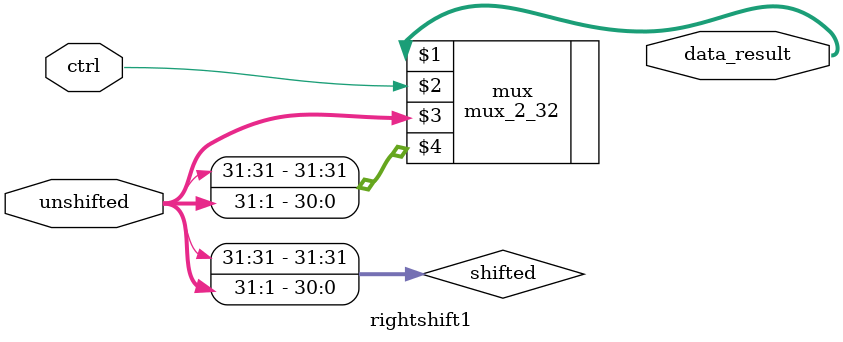
<source format=v>
module rightshift1( data_result, unshifted, ctrl);
    input [31:0] unshifted;
    input ctrl;

    output [31:0] data_result;

    wire [31:0] shifted;

    assign shifted[0] = unshifted[1];
    assign shifted[1] = unshifted[2];
    assign shifted[2] = unshifted[3];
    assign shifted[3] = unshifted[4];
    assign shifted[4] = unshifted[5];
    assign shifted[5] = unshifted[6];
    assign shifted[6] = unshifted[7];
    assign shifted[7] = unshifted[8];
    assign shifted[8] = unshifted[9];
    assign shifted[9] = unshifted[10];
    assign shifted[10] = unshifted[11];
    assign shifted[11] = unshifted[12];
    assign shifted[12] = unshifted[13];
    assign shifted[13] = unshifted[14];
    assign shifted[14] = unshifted[15];
    assign shifted[15] = unshifted[16];
    assign shifted[16] = unshifted[17];
    assign shifted[17] = unshifted[18];
    assign shifted[18] = unshifted[19];
    assign shifted[19] = unshifted[20];
    assign shifted[20] = unshifted[21];
    assign shifted[21] = unshifted[22];
    assign shifted[22] = unshifted[23];
    assign shifted[23] = unshifted[24];
    assign shifted[24] = unshifted[25];
    assign shifted[25] = unshifted[26];
    assign shifted[26] = unshifted[27];
    assign shifted[27] = unshifted[28];
    assign shifted[28] = unshifted[29];
    assign shifted[29] = unshifted[30];

    assign shifted[30] = unshifted[31];
    assign shifted[31] = unshifted[31];    

    mux_2_32 mux(data_result, ctrl, unshifted, shifted);

endmodule
</source>
